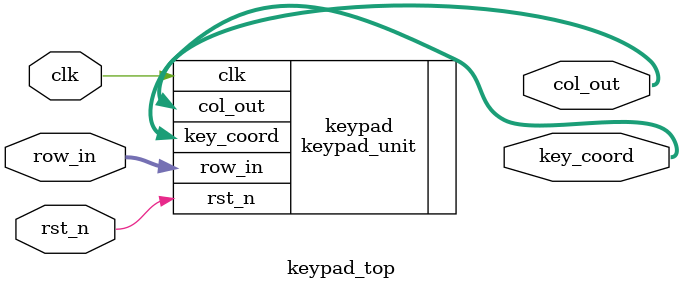
<source format=v>
`timescale 1ns / 1ps

module keypad_top (
    input clk, rst_n,
    input [3:0] row_in,
    output [3:0] col_out,
    output [7:0] key_coord
);

keypad_unit keypad(
    .clk(clk),
    .rst_n(rst_n),
    .row_in(row_in),
    .col_out(col_out),
    .key_coord(key_coord)
);

endmodule
</source>
